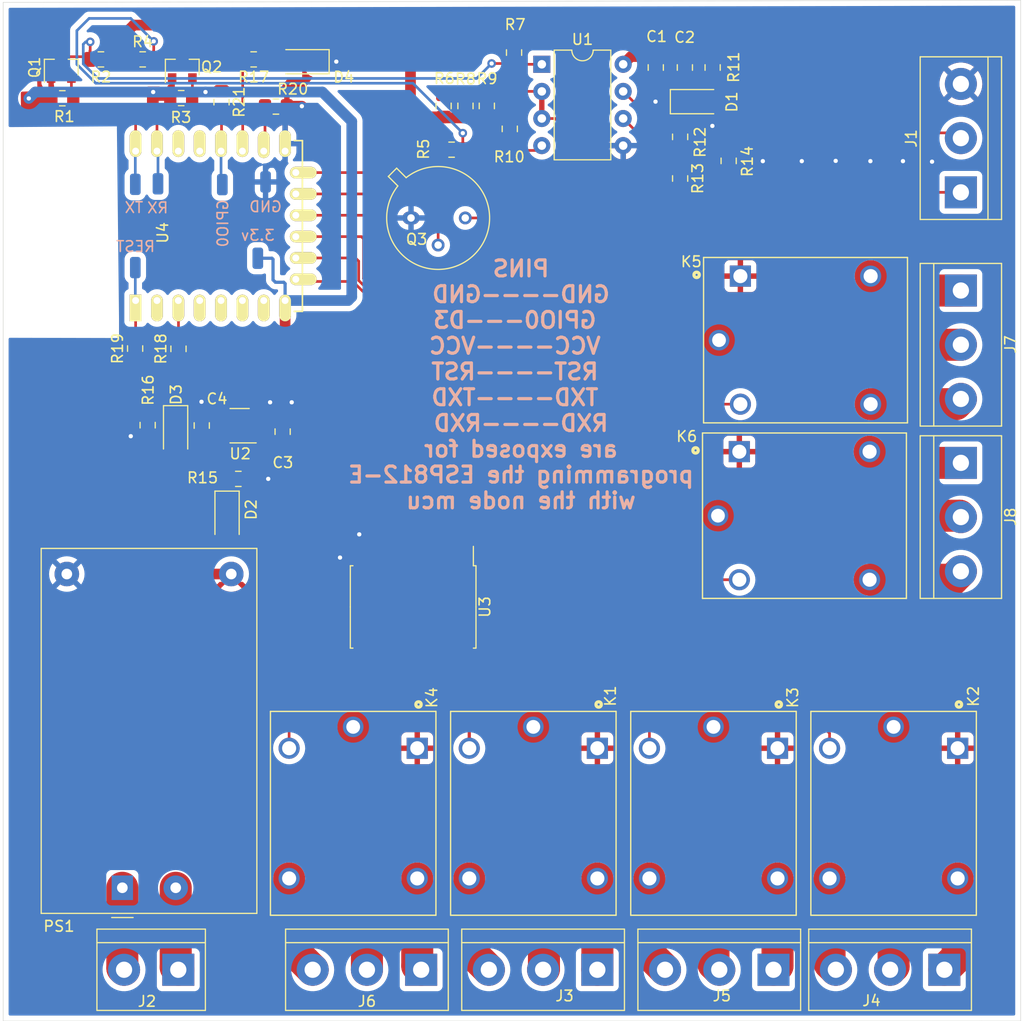
<source format=kicad_pcb>
(kicad_pcb (version 20211014) (generator pcbnew)
  (layers (0 "F.Cu" signal) (31 "B.Cu" signal) (34 "B.Paste" user) (35 "F.Paste" user) (36 "B.SilkS" user "B.Silkscreen") (37 "F.SilkS" user "F.Silkscreen") (38 "B.Mask" user) (39 "F.Mask" user) (44 "Edge.Cuts" user))
  (net 0 "")
  (net 1 "GND")
  (net 2 "+5V")
  (net 3 "+3V3")
  (net 4 "Net-(D1-Pad2)")
  (net 5 "Net-(D2-Pad1)")
  (net 6 "Net-(D3-Pad1)")
  (net 7 "Net-(D4-Pad2)")
  (net 8 "/MAX485CIRCUIT/B")
  (net 9 "/MAX485CIRCUIT/A")
  (net 10 "Net-(J2-Pad2)")
  (net 11 "Net-(J2-Pad1)")
  (net 12 "Net-(J3-Pad3)")
  (net 13 "Net-(J3-Pad2)")
  (net 14 "Net-(J3-Pad1)")
  (net 15 "Net-(J4-Pad3)")
  (net 16 "Net-(J4-Pad2)")
  (net 17 "Net-(J4-Pad1)")
  (net 18 "Net-(J5-Pad3)")
  (net 19 "Net-(J5-Pad2)")
  (net 20 "Net-(J5-Pad1)")
  (net 21 "Net-(J6-Pad3)")
  (net 22 "Net-(J6-Pad2)")
  (net 23 "Net-(J6-Pad1)")
  (net 24 "/relays/RELAY1")
  (net 25 "/relays/RELAY2")
  (net 26 "/relays/RELAY3")
  (net 27 "/relays/RELAY4")
  (net 28 "RX")
  (net 29 "TXD")
  (net 30 "TX")
  (net 31 "RXD")
  (net 32 "Net-(Q3-Pad3)")
  (net 33 "Net-(Q3-Pad2)")
  (net 34 "/maincontroller/GPIO2")
  (net 35 "/maincontroller/EN")
  (net 36 "/maincontroller/REST")
  (net 37 "/maincontroller/GPIO15")
  (net 38 "/maincontroller/GPIO0")
  (net 45 "GPIO16")
  (net 46 "GPIO12")
  (net 47 "GPIO14")
  (net 48 "GPIO13")
  (net 55 "Net-(J7-Pad3)")
  (net 56 "Net-(J7-Pad2)")
  (net 57 "Net-(J7-Pad1)")
  (net 58 "Net-(J8-Pad3)")
  (net 59 "Net-(J8-Pad2)")
  (net 60 "Net-(J8-Pad1)")
  (net 61 "GPIO10")
  (net 62 "GPIO11")
  (net 63 "/relays/RELAY6")
  (net 64 "/relays/RELAY5")
  (footprint "Capacitor_SMD:C_0805_2012Metric_Pad1.15x1.40mm_HandSolder" (layer "F.Cu") (at 162.975 49.65 -90)
    (fp_text reference "C1")
    (fp_text value "10uf")
  )
  (footprint "Capacitor_SMD:C_0805_2012Metric_Pad1.15x1.40mm_HandSolder" (layer "F.Cu") (at 165.7 49.65 -90)
    (fp_text reference "C2")
    (fp_text value "0.1uf")
  )
  (footprint "Resistor_SMD:R_0805_2012Metric_Pad1.15x1.40mm_HandSolder" (layer "F.Cu") (at 128.025 83.775 90)
    (fp_text reference "C3")
    (fp_text value "1uf" hide)
  )
  (footprint "Resistor_SMD:R_0805_2012Metric_Pad1.15x1.40mm_HandSolder" (layer "F.Cu") (at 120.45 83.2 90)
    (fp_text reference "C4")
    (fp_text value "1uf" hide)
  )
  (footprint "LED_SMD:LED_1206_3216Metric_Pad1.42x1.75mm_HandSolder" (layer "F.Cu") (at 166.8 52.85)
    (fp_text reference "D1")
    (fp_text value "LED_Small")
  )
  (footprint "LED_SMD:LED_1206_3216Metric_Pad1.42x1.75mm_HandSolder" (layer "F.Cu") (at 122.82 91.80694 -90)
    (fp_text reference "D2")
    (fp_text value "POWER_5LED" hide)
  )
  (footprint "LED_SMD:LED_1206_3216Metric_Pad1.42x1.75mm_HandSolder" (layer "F.Cu") (at 118 83.8 -90)
    (fp_text reference "D3")
    (fp_text value "POWER_3.3LED")
  )
  (footprint "LED_SMD:LED_1206_3216Metric_Pad1.42x1.75mm_HandSolder" (layer "F.Cu") (at 129.92004 49.11008 180)
    (fp_text reference "D4")
    (fp_text value "LED")
  )
  (footprint "TerminalBlock:TerminalBlock_bornier-3_P5.08mm" (layer "F.Cu") (at 191.55 61.35 90)
    (fp_text reference "J1")
    (fp_text value "Screw_Terminal_01x03")
  )
  (footprint "TerminalBlock:TerminalBlock_bornier-2_P5.08mm" (layer "F.Cu") (at 118.251 134.2 180)
    (fp_text reference "J2")
    (fp_text value "Screw_Terminal_01x02")
  )
  (footprint "TerminalBlock:TerminalBlock_bornier-3_P5.08mm" (layer "F.Cu") (at 157.5 134.2 180)
    (fp_text reference "J3")
    (fp_text value "Screw_Terminal_01x03")
  )
  (footprint "TerminalBlock:TerminalBlock_bornier-3_P5.08mm" (layer "F.Cu") (at 190 134.2 180)
    (fp_text reference "J4")
    (fp_text value "Screw_Terminal_01x03")
  )
  (footprint "TerminalBlock:TerminalBlock_bornier-3_P5.08mm" (layer "F.Cu") (at 174 134.2 180)
    (fp_text reference "J5")
    (fp_text value "Screw_Terminal_01x03")
  )
  (footprint "TerminalBlock:TerminalBlock_bornier-3_P5.08mm" (layer "F.Cu") (at 141 134.2 180)
    (fp_text reference "J6")
    (fp_text value "Screw_Terminal_01x03")
  )
  (footprint "SRD-05VDC-SL-C:RELAY_SRD-05VDC-SL-C" (layer "F.Cu") (at 151.50549 119.54104 -90)
    (fp_text reference "K1")
    (fp_text value "SRD-05VDC-SL-C")
  )
  (footprint "SRD-05VDC-SL-C:RELAY_SRD-05VDC-SL-C" (layer "F.Cu") (at 185.25 119.54104 -90)
    (fp_text reference "K2")
    (fp_text value "SRD-05VDC-SL-C")
  )
  (footprint "SRD-05VDC-SL-C:RELAY_SRD-05VDC-SL-C" (layer "F.Cu") (at 168.377745 119.54104 -90)
    (fp_text reference "K3")
    (fp_text value "SRD-05VDC-SL-C")
  )
  (footprint "SRD-05VDC-SL-C:RELAY_SRD-05VDC-SL-C" (layer "F.Cu") (at 134.633235 119.54104 -90)
    (fp_text reference "K4")
    (fp_text value "SRD-05VDC-SL-C")
  )
  (footprint "Converter_ACDC:Converter_ACDC_HiLink_HLK-PMxx" (layer "F.Cu") (at 113.01098 126.51604 90)
    (fp_text reference "PS1")
    (fp_text value "HLK-PM01")
  )
  (footprint "Package_TO_SOT_SMD:SOT-23" (layer "F.Cu") (at 107.29024 49.64008 90)
    (fp_text reference "Q1")
    (fp_text value "BSS138")
  )
  (footprint "Package_TO_SOT_SMD:SOT-23" (layer "F.Cu") (at 118.62372 49.64008 90)
    (fp_text reference "Q2")
    (fp_text value "BSS138")
  )
  (footprint "Package_TO_SOT_THT:TO-39-3" (layer "F.Cu") (at 140.05 63.75)
    (fp_text reference "Q3")
    (fp_text value "2N2219")
  )
  (footprint "Resistor_SMD:R_0805_2012Metric_Pad1.15x1.40mm_HandSolder" (layer "F.Cu") (at 107.39024 52.53314)
    (fp_text reference "R1")
    (fp_text value "10k" hide)
  )
  (footprint "Resistor_SMD:R_0805_2012Metric_Pad1.15x1.40mm_HandSolder" (layer "F.Cu") (at 111.00466 48.89008 180)
    (fp_text reference "R2")
    (fp_text value "10k")
  )
  (footprint "Resistor_SMD:R_0805_2012Metric_Pad1.15x1.40mm_HandSolder" (layer "F.Cu") (at 118.52372 52.5179)
    (fp_text reference "R3")
    (fp_text value "10k")
  )
  (footprint "Resistor_SMD:R_0805_2012Metric_Pad1.15x1.40mm_HandSolder" (layer "F.Cu") (at 114.91626 48.89008)
    (fp_text reference "R4")
    (fp_text value "10k")
  )
  (footprint "Resistor_SMD:R_0805_2012Metric_Pad1.15x1.40mm_HandSolder" (layer "F.Cu") (at 143.85 57.35 180)
    (fp_text reference "R5")
    (fp_text value "1K")
  )
  (footprint "Resistor_SMD:R_0805_2012Metric_Pad1.15x1.40mm_HandSolder" (layer "F.Cu") (at 143.1 53.25 90)
    (fp_text reference "R6")
    (fp_text value "10K")
  )
  (footprint "Resistor_SMD:R_0805_2012Metric_Pad1.15x1.40mm_HandSolder" (layer "F.Cu") (at 149.7 48.25 -90)
    (fp_text reference "R7")
    (fp_text value "10K" hide)
  )
  (footprint "Resistor_SMD:R_0805_2012Metric_Pad1.15x1.40mm_HandSolder" (layer "F.Cu") (at 145.15 53.25 90)
    (fp_text reference "R8")
    (fp_text value "10K")
  )
  (footprint "Resistor_SMD:R_0805_2012Metric_Pad1.15x1.40mm_HandSolder" (layer "F.Cu") (at 147.15 53.25 90)
    (fp_text reference "R9")
    (fp_text value "10K")
  )
  (footprint "Resistor_SMD:R_0805_2012Metric_Pad1.15x1.40mm_HandSolder" (layer "F.Cu") (at 149.3 55.4 -90)
    (fp_text reference "R10")
    (fp_text value "10K")
  )
  (footprint "Resistor_SMD:R_0805_2012Metric_Pad1.15x1.40mm_HandSolder" (layer "F.Cu") (at 168.3 49.65 -90)
    (fp_text reference "R11")
    (fp_text value "1K")
  )
  (footprint "Resistor_SMD:R_0805_2012Metric_Pad1.15x1.40mm_HandSolder" (layer "F.Cu") (at 165.255 56.15 -90)
    (fp_text reference "R12")
    (fp_text value "20K")
  )
  (footprint "Resistor_SMD:R_0805_2012Metric_Pad1.15x1.40mm_HandSolder" (layer "F.Cu") (at 165.255 60.05 -90)
    (fp_text reference "R13")
    (fp_text value "20K")
  )
  (footprint "Resistor_SMD:R_0805_2012Metric_Pad1.15x1.40mm_HandSolder" (layer "F.Cu") (at 169.8 58.4 90)
    (fp_text reference "R14")
    (fp_text value "120")
  )
  (footprint "Resistor_SMD:R_0805_2012Metric_Pad1.15x1.40mm_HandSolder" (layer "F.Cu") (at 123.875 88.2 180)
    (fp_text reference "R15")
    (fp_text value "1k" hide)
  )
  (footprint "Resistor_SMD:R_0805_2012Metric_Pad1.15x1.40mm_HandSolder" (layer "F.Cu") (at 115.38236 83.16602 90)
    (fp_text reference "R16")
    (fp_text value "1k" hide)
  )
  (footprint "Resistor_SMD:R_0805_2012Metric_Pad1.15x1.40mm_HandSolder" (layer "F.Cu") (at 125.3104 48.89008 180)
    (fp_text reference "R17")
    (fp_text value "1k")
  )
  (footprint "Resistor_SMD:R_0805_2012Metric_Pad1.15x1.40mm_HandSolder" (layer "F.Cu") (at 118.26906 76.0129 90)
    (fp_text reference "R18")
    (fp_text value "10K" hide)
  )
  (footprint "Resistor_SMD:R_0805_2012Metric_Pad1.15x1.40mm_HandSolder" (layer "F.Cu") (at 114.2076 75.9875 90)
    (fp_text reference "R19")
    (fp_text value "10K" hide)
  )
  (footprint "Resistor_SMD:R_0805_2012Metric_Pad1.15x1.40mm_HandSolder" (layer "F.Cu") (at 127.39782 53.31292)
    (fp_text reference "R20")
    (fp_text value "10K")
  )
  (footprint "Resistor_SMD:R_0805_2012Metric_Pad1.15x1.40mm_HandSolder" (layer "F.Cu") (at 122.30004 52.89636 -90)
    (fp_text reference "R21")
    (fp_text value "10K")
  )
  (footprint "Package_DIP:DIP-8_W7.62mm" (layer "F.Cu") (at 152.3 49.35)
    (fp_text reference "U1")
    (fp_text value "MAX485E")
  )
  (footprint "Package_TO_SOT_SMD:SOT-23-5" (layer "F.Cu") (at 123.99648 83.21602 180)
    (fp_text reference "U2")
    (fp_text value "AP2112K-3.3" hide)
  )
  (footprint "ESP8266:ESP-12E" (layer "F.Cu") (at 114.25586 71.48662 90)
    (fp_text reference "U4")
    (fp_text value "ESP-12E" hide)
  )
  (footprint "TerminalBlock:TerminalBlock_bornier-3_P5.08mm" (layer "F.Cu") (at 191.55 70.55 -90)
    (fp_text reference "J7")
    (fp_text value "Screw_Terminal_01x03")
  )
  (footprint "TerminalBlock:TerminalBlock_bornier-3_P5.08mm" (layer "F.Cu") (at 191.55 86.7 -90)
    (fp_text reference "J8")
    (fp_text value "Screw_Terminal_01x03")
  )
  (footprint "SRD-05VDC-SL-C:RELAY_SRD-05VDC-SL-C" (layer "F.Cu") (at 177 75.2)
    (fp_text reference "K5")
    (fp_text value "SRD-05VDC-SL-C")
  )
  (footprint "SRD-05VDC-SL-C:RELAY_SRD-05VDC-SL-C" (layer "F.Cu") (at 176.9 91.65)
    (fp_text reference "K6")
    (fp_text value "SRD-05VDC-SL-C")
  )
  (footprint "Package_SO:SOIC-18W_7.5x11.6mm_P1.27mm" (layer "F.Cu") (at 140.25 100.2 -90)
    (fp_text reference "U3")
    (fp_text value "ULN2803A")
  )
  (footprint "Connector_Wire:SolderWirePad_1x01_SMD_1x2mm" (layer "B.Cu") (at 114.225 68.4 180)
    (fp_text reference "REST")
    (fp_text value "SolderWirePad_1x01_SMD_1x2mm")
  )
  (footprint "Connector_Wire:SolderWirePad_1x01_SMD_1x2mm" (layer "B.Cu") (at 114.225 60.6 180)
    (fp_text reference "TX")
    (fp_text value "SolderWirePad_1x01_SMD_1x2mm")
  )
  (footprint "Connector_Wire:SolderWirePad_1x01_SMD_1x2mm" (layer "B.Cu") (at 122.375 60.625 180)
    (fp_text reference "GPIO0")
    (fp_text value "SolderWirePad_1x01_SMD_1x2mm")
  )
  (footprint "Connector_Wire:SolderWirePad_1x01_SMD_1x2mm" (layer "B.Cu") (at 125.7 67.525 180)
    (fp_text reference "3.3v")
    (fp_text value "SolderWirePad_1x01_SMD_1x2mm")
  )
  (footprint "Connector_Wire:SolderWirePad_1x01_SMD_1x2mm" (layer "B.Cu") (at 116.35 60.55 180)
    (fp_text reference "RX")
    (fp_text value "SolderWirePad_1x01_SMD_1x2mm")
  )
  (footprint "Connector_Wire:SolderWirePad_1x01_SMD_1x2mm" (layer "B.Cu") (at 126.425 60.375 180)
    (fp_text reference "GND")
    (fp_text value "SolderWirePad_1x01_SMD_1x2mm")
  )
  (gr_line (start 197.15 139) (end 193.5 139) (layer "Edge.Cuts") (width 0.05))
  (gr_line (start 101.85 139) (end 101.85 43.55) (layer "Edge.Cuts") (width 0.05))
  (gr_line (start 197.15 43.35) (end 197.15 139) (layer "Edge.Cuts") (width 0.05))
  (gr_line (start 196.6 43.35) (end 197.15 43.35) (layer "Edge.Cuts") (width 0.05))
  (gr_line (start 101.85 43.55) (end 196.6 43.35) (layer "Edge.Cuts") (width 0.05))
  (gr_line (start 193.5 139) (end 101.85 139) (layer "Edge.Cuts") (width 0.05))
  (gr_text "PINS \nGND----GND \nGPIO0---D3\nVCC----VCC\nRST----RST\nTXD----TXD\nRXD----RXD \nare exposed for \nprogramming the ESP812-E \nwith the node mcu \n\n" (at 149.775 80.575) (layer "B.SilkS") (effects (font (size 1.5 1.5) (thickness 0.3)) (justify mirror)))
  (segment (start 125.09648 83.21602) (end 126.63878 83.21602) (width 0.25) (layer "F.Cu") (net 1))
  (segment (start 124.9 88.2) (end 126.675 88.2) (width 1) (layer "F.Cu") (net 1))
  (segment (start 131.40754 49.11008) (end 133.03992 49.11008) (width 1) (layer "F.Cu") (net 1))
  (segment (start 126.63878 83.21602) (end 126.746 83.1088) (width 0.25) (layer "F.Cu") (net 1))
  (segment (start 162.975 51.35) (end 162.95 51.375) (width 1) (layer "F.Cu") (net 1))
  (segment (start 120.425 82.25) (end 120.425 80.975) (width 1) (layer "F.Cu") (net 1))
  (segment (start 162.95 51.375) (end 162.95 52.85) (width 1) (layer "F.Cu") (net 1))
  (segment (start 128.42282 53.31292) (end 128.46074 53.275) (width 1) (layer "F.Cu") (net 1))
  (segment (start 115.38236 84.19102) (end 113.80898 84.19102) (width 1) (layer "F.Cu") (net 1))
  (segment (start 113.80898 84.19102) (end 113.8 84.2) (width 1) (layer "F.Cu") (net 1))
  (segment (start 135.17 95.55) (end 133.45 95.55) (width 0.5) (layer "F.Cu") (net 1))
  (segment (start 128.46074 53.275) (end 129.825 53.275) (width 1) (layer "F.Cu") (net 1))
  (segment (start 162.975 50.675) (end 162.975 51.35) (width 1) (layer "F.Cu") (net 1))
  (segment (start 135.2 93.4) (end 135.2 95.52) (width 0.5) (layer "F.Cu") (net 1))
  (segment (start 133.03992 49.11008) (end 133.05 49.1) (width 1) (layer "F.Cu") (net 1))
  (segment (start 165.255 55.125) (end 168.275 55.125) (width 1) (layer "F.Cu") (net 1))
  (via (at 186.125 58.425) (size 0.8) (drill 0.4) (layers "F.Cu" "B.Cu") (net 1))
  (via (at 128.875 81.025) (size 0.8) (drill 0.4) (layers "F.Cu" "B.Cu") (net 1))
  (via (at 162.95 52.85) (size 0.8) (drill 0.4) (layers "F.Cu" "B.Cu") (net 1))
  (via (at 133.05 49.1) (size 0.8) (drill 0.4) (layers "F.Cu" "B.Cu") (net 1))
  (via (at 176.65 58.425) (size 0.8) (drill 0.4) (layers "F.Cu" "B.Cu") (net 1))
  (via (at 126.675 88.2) (size 0.8) (drill 0.4) (layers "F.Cu" "B.Cu") (net 1))
  (via (at 126.85 81.025) (size 0.8) (drill 0.4) (layers "F.Cu" "B.Cu") (net 1))
  (via (at 135.2 93.4) (size 0.8) (drill 0.4) (layers "F.Cu" "B.Cu") (net 1))
  (via (at 179.825 58.4) (size 0.8) (drill 0.4) (layers "F.Cu" "B.Cu") (net 1))
  (via (at 173 58.425) (size 0.8) (drill 0.4) (layers "F.Cu" "B.Cu") (net 1))
  (via (at 183.075 58.425) (size 0.8) (drill 0.4) (layers "F.Cu" "B.Cu") (net 1))
  (via (at 120.425 80.975) (size 0.8) (drill 0.4) (layers "F.Cu" "B.Cu") (net 1))
  (via (at 188.85 58.475) (size 0.8) (drill 0.4) (layers "F.Cu" "B.Cu") (net 1))
  (via (at 133.4 95.575) (size 0.8) (drill 0.4) (layers "F.Cu" "B.Cu") (net 1))
  (via (at 113.8 84.2) (size 0.8) (drill 0.4) (layers "F.Cu" "B.Cu") (net 1))
  (via (at 168.275 55.125) (size 0.8) (drill 0.4) (layers "F.Cu" "B.Cu") (net 1))
  (via (at 129.825 53.275) (size 0.8) (drill 0.4) (layers "F.Cu" "B.Cu") (net 1))
  (segment (start 128.25586 58.19414) (end 127.625 58.825) (width 0.3) (layer "B.Cu") (net 1))
  (segment (start 127.625 58.825) (end 127.55 58.9) (width 0.3) (layer "B.Cu") (net 1))
  (segment (start 126.775 58.9) (end 126.425 59.25) (width 0.3) (layer "B.Cu") (net 1))
  (segment (start 126.825 58.9) (end 126.775 58.9) (width 0.3) (layer "B.Cu") (net 1))
  (segment (start 128.25586 57.48662) (end 128.25586 58.19414) (width 0.3) (layer "B.Cu") (net 1))
  (segment (start 126.425 59.25) (end 126.425 61) (width 0.3) (layer "B.Cu") (net 1))
  (segment (start 127.55 58.9) (end 126.825 58.9) (width 0.3) (layer "B.Cu") (net 1))
  (segment (start 165.7 46.05) (end 165.7 48.625) (width 0.5) (layer "F.Cu") (net 2))
  (segment (start 162.25 45.15) (end 164.8 45.15) (width 0.5) (layer "F.Cu") (net 2))
  (segment (start 125.09648 84.74648) (end 125.25 84.9) (width 0.5) (layer "F.Cu") (net 2))
  (segment (start 155.8 47.15) (end 155.8 45.775) (width 0.5) (layer "F.Cu") (net 2))
  (segment (start 143.2 54.375) (end 143.1 54.275) (width 1) (layer "F.Cu") (net 2))
  (segment (start 164.8 45.15) (end 165.7 46.05) (width 0.5) (layer "F.Cu") (net 2))
  (segment (start 165.675 70.975) (end 162.225 70.975) (width 1) (layer "F.Cu") (net 2))
  (segment (start 155.875 47.225) (end 155.8 47.15) (width 0.5) (layer "F.Cu") (net 2))
  (segment (start 124.25898 82.26602) (end 124.05 82.475) (width 0.25) (layer "F.Cu") (net 2))
  (segment (start 112.90992 48.89008) (end 112.90992 46.84008) (width 1) (layer "F.Cu") (net 2))
  (segment (start 156.425 45.15) (end 162.25 45.15) (width 0.5) (layer "F.Cu") (net 2))
  (segment (start 149.125 45.675) (end 149.7 46.25) (width 1) (layer "F.Cu") (net 2))
  (segment (start 140.6 54.275) (end 143.1 54.275) (width 1) (layer "F.Cu") (net 2))
  (segment (start 140.85 47.225) (end 139.975 48.1) (width 1) (layer "F.Cu") (net 2))
  (segment (start 162.225 62.725) (end 162.225 70.975) (width 0.3) (layer "F.Cu") (net 2))
  (segment (start 129.2 84.875) (end 128.1 84.875) (width 1) (layer "F.Cu") (net 2))
  (segment (start 162.975 45.875) (end 162.975 48.625) (width 0.5) (layer "F.Cu") (net 2))
  (segment (start 168.3 48.625) (end 168.3 46.075) (width 0.5) (layer "F.Cu") (net 2))
  (segment (start 124.05 84.025) (end 124.19102 84.16602) (width 0.25) (layer "F.Cu") (net 2))
  (segment (start 130.15 92.8) (end 130.15 85.825) (width 1) (layer "F.Cu") (net 2))
  (segment (start 160.645 48.625) (end 159.92 49.35) (width 1) (layer "F.Cu") (net 2))
  (segment (start 167.375 45.15) (end 164.8 45.15) (width 0.5) (layer "F.Cu") (net 2))
  (segment (start 162.225 70.975) (end 159.925 70.975) (width 1) (layer "F.Cu") (net 2))
  (segment (start 124.05 82.475) (end 124.05 84.025) (width 0.25) (layer "F.Cu") (net 2))
  (segment (start 155.8 45.775) (end 156.425 45.15) (width 0.5) (layer "F.Cu") (net 2))
  (segment (start 112.02966 48.89008) (end 112.90992 48.89008) (width 1) (layer "F.Cu") (net 2))
  (segment (start 114.075 45.675) (end 149.125 45.675) (width 1) (layer "F.Cu") (net 2))
  (segment (start 122.82 93.29444) (end 121.30556 93.29444) (width 1) (layer "F.Cu") (net 2))
  (segment (start 125.09648 84.16602) (end 125.09648 84.74648) (width 0.5) (layer "F.Cu") (net 2))
  (segment (start 139.975 48.1) (end 140 48.125) (width 1) (layer "F.Cu") (net 2))
  (segment (start 163.875 61.075) (end 162.225 62.725) (width 0.3) (layer "F.Cu") (net 2))
  (segment (start 149.3 54.375) (end 143.2 54.375) (width 1) (layer "F.Cu") (net 2))
  (segment (start 120.825 93.775) (end 120.825 96.6) (width 1) (layer "F.Cu") (net 2))
  (segment (start 149.7 47.225) (end 140.85 47.225) (width 1) (layer "F.Cu") (net 2))
  (segment (start 140 48.125) (end 140 53.675) (width 1) (layer "F.Cu") (net 2))
  (segment (start 168.3 48.625) (end 162.975 48.625) (width 1) (layer "F.Cu") (net 2))
  (segment (start 124.19102 84.16602) (end 125.09648 84.16602) (width 0.25) (layer "F.Cu") (net 2))
  (segment (start 162.25 45.15) (end 162.975 45.875) (width 0.5) (layer "F.Cu") (net 2))
  (segment (start 112.90992 48.89008) (end 113.89126 48.89008) (width 1) (layer "F.Cu") (net 2))
  (segment (start 121.34104 97.11604) (end 123.21098 97.11604) (width 1) (layer "F.Cu") (net 2))
  (segment (start 162.975 48.625) (end 160.645 48.625) (width 1) (layer "F.Cu") (net 2))
  (segment (start 165.255 61.075) (end 163.875 61.075) (width 0.3) (layer "F.Cu") (net 2))
  (segment (start 149.7 47.225) (end 155.875 47.225) (width 0.5) (layer "F.Cu") (net 2))
  (segment (start 120.825 96.6) (end 121.34104 97.11604) (width 1) (layer "F.Cu") (net 2))
  (segment (start 125.09648 82.26602) (end 124.25898 82.26602) (width 0.25) (layer "F.Cu") (net 2))
  (segment (start 168.3 46.075) (end 167.375 45.15) (width 0.5) (layer "F.Cu") (net 2))
  (segment (start 159.925 70.975) (end 155.875 66.925) (width 1) (layer "F.Cu") (net 2))
  (segment (start 155.875 66.925) (end 155.875 47.225) (width 1) (layer "F.Cu") (net 2))
  (segment (start 125.25 84.9) (end 127.925 84.9) (width 0.5) (layer "F.Cu") (net 2))
  (segment (start 121.30556 93.29444) (end 120.825 93.775) (width 1) (layer "F.Cu") (net 2))
  (segment (start 122.82 93.29444) (end 129.65556 93.29444) (width 1) (layer "F.Cu") (net 2))
  (segment (start 130.15 85.825) (end 129.2 84.875) (width 1) (layer "F.Cu") (net 2))
  (segment (start 140 53.675) (end 140.6 54.275) (width 1) (layer "F.Cu") (net 2))
  (segment (start 112.90992 46.84008) (end 114.075 45.675) (width 1) (layer "F.Cu") (net 2))
  (segment (start 149.7 46.25) (end 149.7 47.225) (width 1) (layer "F.Cu") (net 2))
  (segment (start 129.65556 93.29444) (end 130.15 92.8) (width 1) (layer "F.Cu") (net 2))
  (segment (start 111.95 80) (end 112.7 79.25) (width 1) (layer "F.Cu") (net 3))
  (segment (start 127.175 79.25) (end 128.25586 78.16914) (width 1) (layer "F.Cu") (net 3))
  (segment (start 120.45 87.1) (end 119.55 88) (width 1) (layer "F.Cu") (net 3))
  (segment (start 114.2076 77.0125) (end 112.8125 77.0125) (width 0.3) (layer "F.Cu") (net 3))
  (segment (start 111.95 85.95) (end 111.95 80) (width 1) (layer "F.Cu") (net 3))
  (segment (start 106.36524 52.53314) (end 104.26686 52.53314) (width 1) (layer "F.Cu") (net 3))
  (segment (start 112.8125 77.0125) (end 112.7 77.125) (width 0.3) (layer "F.Cu") (net 3))
  (segment (start 114 88) (end 111.95 85.95) (width 1) (layer "F.Cu") (net 3))
  (segment (start 112.7 79.25) (end 127.175 79.25) (width 1) (layer "F.Cu") (net 3))
  (segment (start 120.475 84.2) (end 120.45 84.225) (width 1) (layer "F.Cu") (net 3))
  (segment (start 119.55 88) (end 114 88) (width 1) (layer "F.Cu") (net 3))
  (segment (start 112.7 77.125) (end 112.7 79.25) (width 0.3) (layer "F.Cu") (net 3))
  (segment (start 104.26686 52.53314) (end 104.25 52.55) (width 1) (layer "F.Cu") (net 3))
  (segment (start 120.45 84.225) (end 120.45 87.1) (width 1) (layer "F.Cu") (net 3))
  (segment (start 128.25586 78.16914) (end 128.25586 71.48662) (width 1) (layer "F.Cu") (net 3))
  (segment (start 114.233 77.0379) (end 118.26906 77.0379) (width 0.3) (layer "F.Cu") (net 3))
  (segment (start 122.8625 84.2) (end 120.475 84.2) (width 1) (layer "F.Cu") (net 3))
  (segment (start 114.2076 77.0125) (end 114.233 77.0379) (width 0.3) (layer "F.Cu") (net 3))
  (segment (start 122.30004 51.87136) (end 120.87864 51.87136) (width 0.5) (layer "F.Cu") (net 3))
  (segment (start 120.87864 51.87136) (end 120.8 51.95) (width 0.5) (layer "F.Cu") (net 3))
  (segment (start 122.89648 84.16602) (end 122.8625 84.2) (width 1) (layer "F.Cu") (net 3))
  (via (at 115.9 51.95) (size 0.8) (drill 0.4) (layers "F.Cu" "B.Cu") (net 3))
  (via (at 104.25 52.55) (size 0.8) (drill 0.4) (layers "F.Cu" "B.Cu") (net 3))
  (via (at 120.8 51.95) (size 0.8) (drill 0.4) (layers "F.Cu" "B.Cu") (net 3))
  (segment (start 120.8 51.95) (end 115.9 51.95) (width 1) (layer "B.Cu") (net 3))
  (segment (start 131.75 51.95) (end 120.8 51.95) (width 1) (layer "B.Cu") (net 3))
  (segment (start 104.85 51.95) (end 104.25 52.55) (width 1) (layer "B.Cu") (net 3))
  (segment (start 127.025 67.525) (end 127.125 67.625) (width 0.3) (layer "B.Cu") (net 3))
  (segment (start 127.125 67.625) (end 127.125 69.55) (width 0.3) (layer "B.Cu") (net 3))
  (segment (start 125.7 67.525) (end 127.025 67.525) (width 0.3) (layer "B.Cu") (net 3))
  (segment (start 134.5 54.7) (end 131.75 51.95) (width 1) (layer "B.Cu") (net 3))
  (segment (start 134.16338 71.48662) (end 134.5 71.15) (width 1) (layer "B.Cu") (net 3))
  (segment (start 128.25586 69.90586) (end 128.25586 71.48662) (width 0.3) (layer "B.Cu") (net 3))
  (segment (start 127.125 69.55) (end 127.35 69.775) (width 0.3) (layer "B.Cu") (net 3))
  (segment (start 115.9 51.95) (end 104.85 51.95) (width 1) (layer "B.Cu") (net 3))
  (segment (start 134.5 71.15) (end 134.5 54.7) (width 1) (layer "B.Cu") (net 3))
  (segment (start 127.35 69.775) (end 128.125 69.775) (width 0.3) (layer "B.Cu") (net 3))
  (segment (start 128.25586 71.48662) (end 134.16338 71.48662) (width 1) (layer "B.Cu") (net 3))
  (segment (start 128.125 69.775) (end 128.25586 69.90586) (width 0.3) (layer "B.Cu") (net 3))
  (segment (start 168.3 50.675) (end 168.3 52.8375) (width 0.25) (layer "F.Cu") (net 4))
  (segment (start 122.85 88.2) (end 122.85 90.28944) (width 1) (layer "F.Cu") (net 5))
  (segment (start 115.38236 82.14102) (end 117.82852 82.14102) (width 1) (layer "F.Cu") (net 6))
  (segment (start 126.3354 48.89008) (end 128.21254 48.89008) (width 0.25) (layer "F.Cu") (net 7))
  (segment (start 159.92 54.43) (end 164.515 59.025) (width 0.25) (layer "F.Cu") (net 8))
  (segment (start 169.8 60.65) (end 170.5 61.35) (width 0.25) (layer "F.Cu") (net 8))
  (segment (start 170.5 61.35) (end 191.55 61.35) (width 0.25) (layer "F.Cu") (net 8))
  (segment (start 169.8 59.425) (end 169.8 60.65) (width 0.25) (layer "F.Cu") (net 8))
  (segment (start 169.8 59.425) (end 165.655 59.425) (width 0.25) (layer "F.Cu") (net 8))
  (segment (start 164.515 59.025) (end 165.255 59.025) (width 0.25) (layer "F.Cu") (net 8))
  (segment (start 163.15 56.7) (end 163.625 57.175) (width 0.25) (layer "F.Cu") (net 9))
  (segment (start 159.92 51.89) (end 163.15 55.12) (width 0.25) (layer "F.Cu") (net 9))
  (segment (start 191.055 55.775) (end 170.325 55.775) (width 0.25) (layer "F.Cu") (net 9))
  (segment (start 169.8 57.375) (end 165.455 57.375) (width 0.25) (layer "F.Cu") (net 9))
  (segment (start 169.8 56.3) (end 169.8 57.375) (width 0.25) (layer "F.Cu") (net 9))
  (segment (start 163.625 57.175) (end 165.255 57.175) (width 0.25) (layer "F.Cu") (net 9))
  (segment (start 163.15 55.12) (end 163.15 56.7) (width 0.25) (layer "F.Cu") (net 9))
  (segment (start 170.325 55.775) (end 169.8 56.3) (width 0.25) (layer "F.Cu") (net 9))
  (segment (start 113.01098 134.03998) (end 113.171 134.2) (width 3) (layer "F.Cu") (net 10))
  (segment (start 113.01098 126.51604) (end 113.01098 134.03998) (width 3) (layer "F.Cu") (net 10))
  (segment (start 118.01098 133.95998) (end 118.251 134.2) (width 3) (layer "F.Cu") (net 11))
  (segment (start 118.01098 126.51604) (end 118.01098 133.95998) (width 3) (layer "F.Cu") (net 11))
  (segment (start 145.50549 125.64104) (end 145.50549 132.36549) (width 3) (layer "F.Cu") (net 12))
  (segment (start 145.50549 132.36549) (end 147.34 134.2) (width 3) (layer "F.Cu") (net 12))
  (segment (start 151.50549 111.44104) (end 152.5 112.43555) (width 3) (layer "F.Cu") (net 13))
  (segment (start 152.5 134.12) (end 152.42 134.2) (width 3) (layer "F.Cu") (net 13))
  (segment (start 152.5 112.43555) (end 152.5 134.12) (width 3) (layer "F.Cu") (net 13))
  (segment (start 157.50549 125.64104) (end 157.50549 134.19451) (width 3) (layer "F.Cu") (net 14))
  (segment (start 157.50549 134.19451) (end 157.5 134.2) (width 3) (layer "F.Cu") (net 14))
  (segment (start 179.25 125.64104) (end 179.25 133.61) (width 3) (layer "F.Cu") (net 15))
  (segment (start 179.25 133.61) (end 179.84 134.2) (width 3) (layer "F.Cu") (net 15))
  (segment (start 185.25 111.44104) (end 185.25 133.87) (width 3) (layer "F.Cu") (net 16))
  (segment (start 185.25 133.87) (end 184.92 134.2) (width 3) (layer "F.Cu") (net 16))
  (segment (start 191.25 125.64104) (end 191.25 132.95) (width 3) (layer "F.Cu") (net 17))
  (segment (start 191.25 132.95) (end 190 134.2) (width 3) (layer "F.Cu") (net 17))
  (segment (start 162.377745 125.64104) (end 162.377745 132.737745) (width 3) (layer "F.Cu") (net 18))
  (segment (start 162.377745 132.737745) (end 163.84 134.2) (width 3) (layer "F.Cu") (net 18))
  (segment (start 168.377745 111.44104) (end 168.377745 133.657745) (width 3) (layer "F.Cu") (net 19))
  (segment (start 168.377745 133.657745) (end 168.92 134.2) (width 3) (layer "F.Cu") (net 19))
  (segment (start 174.377745 133.822255) (end 174 134.2) (width 3) (layer "F.Cu") (net 20))
  (segment (start 174.377745 125.64104) (end 174.377745 133.822255) (width 3) (layer "F.Cu") (net 20))
  (segment (start 128.633235 131.993235) (end 130.84 134.2) (width 3) (layer "F.Cu") (net 21))
  (segment (start 128.633235 125.64104) (end 128.633235 131.993235) (width 3) (layer "F.Cu") (net 21))
  (segment (start 135.92 134.2) (end 135.92 112.727805) (width 3) (layer "F.Cu") (net 22))
  (segment (start 135.92 112.727805) (end 134.633235 111.44104) (width 3) (layer "F.Cu") (net 22))
  (segment (start 140.633235 125.64104) (end 140.633235 133.833235) (width 3) (layer "F.Cu") (net 23))
  (segment (start 140.633235 133.833235) (end 141 134.2) (width 3) (layer "F.Cu") (net 23))
  (segment (start 145.50549 109.23049) (end 145.50549 113.44104) (width 0.3) (layer "F.Cu") (net 24))
  (segment (start 145.04104 113.44104) (end 145.425 113.05708) (width 0.25) (layer "F.Cu") (net 24))
  (segment (start 141.825 108.425) (end 144.7 108.425) (width 0.3) (layer "F.Cu") (net 24))
  (segment (start 140.25 106.85) (end 141.825 108.425) (width 0.3) (layer "F.Cu") (net 24))
  (segment (start 144.7 108.425) (end 145.50549 109.23049) (width 0.3) (layer "F.Cu") (net 24))
  (segment (start 140.25 104.85) (end 140.25 106.85) (width 0.3) (layer "F.Cu") (net 24))
  (segment (start 142.79 106.74) (end 142.79 104.85) (width 0.25) (layer "F.Cu") (net 25))
  (segment (start 174.397031 107.188) (end 143.238 107.188) (width 0.25) (layer "F.Cu") (net 25))
  (segment (start 143.238 107.188) (end 142.79 106.74) (width 0.25) (layer "F.Cu") (net 25))
  (segment (start 179.25 113.44104) (end 179.25 112.040969) (width 0.25) (layer "F.Cu") (net 25))
  (segment (start 179.25 112.040969) (end 174.397031 107.188) (width 0.25) (layer "F.Cu") (net 25))
  (segment (start 162.377745 113.44104) (end 162.377745 110.777745) (width 0.25) (layer "F.Cu") (net 26))
  (segment (start 162.377745 110.777745) (end 159.296 107.696) (width 0.25) (layer "F.Cu") (net 26))
  (segment (start 159.296 107.696) (end 142.346 107.696) (width 0.25) (layer "F.Cu") (net 26))
  (segment (start 141.52 106.87) (end 141.52 104.85) (width 0.25) (layer "F.Cu") (net 26))
  (segment (start 142.346 107.696) (end 141.52 106.87) (width 0.25) (layer "F.Cu") (net 26))
  (segment (start 138.98 107.12) (end 138.98 104.85) (width 0.25) (layer "F.Cu") (net 27))
  (segment (start 128.633235 113.44104) (end 128.633235 108.116765) (width 0.25) (layer "F.Cu") (net 27))
  (segment (start 138.4 107.7) (end 138.98 107.12) (width 0.25) (layer "F.Cu") (net 27))
  (segment (start 128.633235 108.116765) (end 129.05 107.7) (width 0.25) (layer "F.Cu") (net 27))
  (segment (start 129.05 107.7) (end 138.4 107.7) (width 0.25) (layer "F.Cu") (net 27))
  (segment (start 109.97966 48.89008) (end 109.97966 48.09008) (width 0.25) (layer "F.Cu") (net 28))
  (segment (start 152.3 49.35) (end 149.775 49.35) (width 0.25) (layer "F.Cu") (net 28))
  (segment (start 107.29024 48.64008) (end 109.72966 48.64008) (width 0.25) (layer "F.Cu") (net 28))
  (segment (start 110 48.06974) (end 110 47.25) (width 0.25) (layer "F.Cu") (net 28))
  (segment (start 147.6 49.275) (end 149.7 49.275) (width 0.25) (layer "F.Cu") (net 28))
  (segment (start 109.97966 48.09008) (end 110 48.06974) (width 0.25) (layer "F.Cu") (net 28))
  (via (at 147.6 49.275) (size 0.8) (drill 0.4) (layers "F.Cu" "B.Cu") (net 28))
  (via (at 110 47.25) (size 0.8) (drill 0.4) (layers "F.Cu" "B.Cu") (net 28))
  (segment (start 146.200022 50.674978) (end 110.711374 50.674978) (width 0.25) (layer "B.Cu") (net 28))
  (segment (start 109.575 47.25) (end 110 47.25) (width 0.25) (layer "B.Cu") (net 28))
  (segment (start 109.35 49.313604) (end 109.35 47.475) (width 0.25) (layer "B.Cu") (net 28))
  (segment (start 109.35 47.475) (end 109.575 47.25) (width 0.25) (layer "B.Cu") (net 28))
  (segment (start 147.6 49.275) (end 146.200022 50.674978) (width 0.25) (layer "B.Cu") (net 28))
  (segment (start 110.711374 50.674978) (end 109.35 49.313604) (width 0.25) (layer "B.Cu") (net 28))
  (segment (start 114.25586 56.20586) (end 114.25586 54.75586) (width 0.25) (layer "F.Cu") (net 29))
  (segment (start 108.24024 50.64008) (end 108.24024 52.35814) (width 0.25) (layer "F.Cu") (net 29))
  (segment (start 108.55 54.2) (end 108.41524 54.06524) (width 0.25) (layer "F.Cu") (net 29))
  (segment (start 114.25586 54.75586) (end 113.7 54.2) (width 0.25) (layer "F.Cu") (net 29))
  (segment (start 108.41524 54.06524) (end 108.41524 52.53314) (width 0.25) (layer "F.Cu") (net 29))
  (segment (start 113.7 54.2) (end 108.55 54.2) (width 0.25) (layer "F.Cu") (net 29))
  (segment (start 114.225 60.6) (end 114.225 57.51748) (width 0.25) (layer "B.Cu") (net 29))
  (segment (start 114.225 57.51748) (end 114.25586 57.48662) (width 0.25) (layer "B.Cu") (net 29))
  (segment (start 151.845 57.425) (end 149.475 57.425) (width 0.25) (layer "F.Cu") (net 30))
  (segment (start 118.62372 48.64008) (end 116.19126 48.64008) (width 0.25) (layer "F.Cu") (net 30))
  (segment (start 146.025 57.35) (end 146.95 56.425) (width 0.25) (layer "F.Cu") (net 30))
  (segment (start 149.3 57.25) (end 149.3 56.425) (width 0.25) (layer "F.Cu") (net 30))
  (segment (start 144.9 55.8) (end 144.9 57.325) (width 0.25) (layer "F.Cu") (net 30))
  (segment (start 115.94126 48.09008) (end 115.95 48.08134) (width 0.25) (layer "F.Cu") (net 30))
  (segment (start 146.95 56.425) (end 149.3 56.425) (width 0.25) (layer "F.Cu") (net 30))
  (segment (start 115.95 48.08134) (end 115.95 47.2) (width 0.25) (layer "F.Cu") (net 30))
  (segment (start 152.3 56.97) (end 151.845 57.425) (width 0.25) (layer "F.Cu") (net 30))
  (segment (start 149.475 57.425) (end 149.3 57.25) (width 0.25) (layer "F.Cu") (net 30))
  (segment (start 144.875 57.35) (end 146.025 57.35) (width 0.25) (layer "F.Cu") (net 30))
  (segment (start 115.94126 48.89008) (end 115.94126 48.09008) (width 0.25) (layer "F.Cu") (net 30))
  (via (at 115.95 47.2) (size 0.8) (drill 0.4) (layers "F.Cu" "B.Cu") (net 30))
  (via (at 144.9 55.8) (size 0.8) (drill 0.4) (layers "F.Cu" "B.Cu") (net 30))
  (segment (start 109.9 45.05) (end 113.8 45.05) (width 0.25) (layer "B.Cu") (net 30))
  (segment (start 110.524989 51.124989) (end 108.75 49.35) (width 0.25) (layer "B.Cu") (net 30))
  (segment (start 113.8 45.05) (end 115.95 47.2) (width 0.25) (layer "B.Cu") (net 30))
  (segment (start 144.9 55.8) (end 140.224989 51.124989) (width 0.25) (layer "B.Cu") (net 30))
  (segment (start 108.75 46.2) (end 109.9 45.05) (width 0.25) (layer "B.Cu") (net 30))
  (segment (start 140.224989 51.124989) (end 110.524989 51.124989) (width 0.25) (layer "B.Cu") (net 30))
  (segment (start 108.75 49.35) (end 108.75 46.2) (width 0.25) (layer "B.Cu") (net 30))
  (segment (start 119.57372 50.64008) (end 119.57372 52.4929) (width 0.25) (layer "F.Cu") (net 31))
  (segment (start 116.25586 54.76914) (end 116.65 54.375) (width 0.25) (layer "F.Cu") (net 31))
  (segment (start 119.54872 54.10128) (end 119.54872 52.5179) (width 0.25) (layer "F.Cu") (net 31))
  (segment (start 119.275 54.375) (end 119.54872 54.10128) (width 0.25) (layer "F.Cu") (net 31))
  (segment (start 116.65 54.375) (end 119.275 54.375) (width 0.25) (layer "F.Cu") (net 31))
  (segment (start 116.25586 56.04414) (end 116.25586 54.76914) (width 0.25) (layer "F.Cu") (net 31))
  (segment (start 116.35 60.55) (end 116.35 57.58076) (width 0.25) (layer "B.Cu") (net 31))
  (segment (start 116.35 57.58076) (end 116.25586 57.48662) (width 0.25) (layer "B.Cu") (net 31))
  (segment (start 153.35 63.75) (end 145.13 63.75) (width 0.25) (layer "F.Cu") (net 32))
  (segment (start 153.775 54.675) (end 153.775 63.325) (width 0.25) (layer "F.Cu") (net 32))
  (segment (start 152.3 54.43) (end 153.53 54.43) (width 0.25) (layer "F.Cu") (net 32))
  (segment (start 152.3 51.89) (end 152.3 54.43) (width 0.5) (layer "F.Cu") (net 32))
  (segment (start 147.15 52.225) (end 145.15 52.225) (width 0.25) (layer "F.Cu") (net 32))
  (segment (start 143.1 52.225) (end 145.15 52.225) (width 0.25) (layer "F.Cu") (net 32))
  (segment (start 153.775 63.325) (end 153.35 63.75) (width 0.25) (layer "F.Cu") (net 32))
  (segment (start 152.3 51.89) (end 147.485 51.89) (width 0.25) (layer "F.Cu") (net 32))
  (segment (start 153.53 54.43) (end 153.775 54.675) (width 0.25) (layer "F.Cu") (net 32))
  (segment (start 142.59 66.29) (end 142.59 57.585) (width 0.25) (layer "F.Cu") (net 33))
  (segment (start 124.2854 48.89008) (end 124.2854 57.45708) (width 0.25) (layer "F.Cu") (net 34))
  (segment (start 118.26906 71.49982) (end 118.26906 74.9879) (width 0.25) (layer "F.Cu") (net 35))
  (segment (start 118.25 71.48076) (end 118.25586 71.48662) (width 0.25) (layer "B.Cu") (net 35))
  (segment (start 114.2076 74.9625) (end 114.2076 74.2875) (width 0.25) (layer "F.Cu") (net 36))
  (segment (start 114.2076 74.2875) (end 114.25586 74.23924) (width 0.25) (layer "F.Cu") (net 36))
  (segment (start 114.25586 74.23924) (end 114.25586 71.48662) (width 0.25) (layer "F.Cu") (net 36))
  (segment (start 114.225 71.45576) (end 114.25586 71.48662) (width 0.25) (layer "B.Cu") (net 36))
  (segment (start 114.225 68.4) (end 114.225 71.45576) (width 0.25) (layer "B.Cu") (net 36))
  (segment (start 126.37282 57.36966) (end 126.37282 53.31292) (width 0.25) (layer "F.Cu") (net 37))
  (segment (start 122.30004 57.44244) (end 122.25586 57.48662) (width 0.25) (layer "F.Cu") (net 38))
  (segment (start 122.30004 53.92136) (end 122.30004 57.44244) (width 0.25) (layer "F.Cu") (net 38))
  (segment (start 122.25586 57.48662) (end 122.25586 60.50586) (width 0.25) (layer "B.Cu") (net 38))
  (segment (start 122.25586 60.50586) (end 122.375 60.625) (width 0.25) (layer "B.Cu") (net 38))
  (segment (start 134.604374 69.7) (end 138.98 74.075626) (width 0.25) (layer "F.Cu") (net 45))
  (segment (start 129.45924 69.7) (end 134.604374 69.7) (width 0.25) (layer "F.Cu") (net 45))
  (segment (start 138.98 74.075626) (end 138.98 95.55) (width 0.25) (layer "F.Cu") (net 45))
  (segment (start 135.39662 65.49662) (end 135.6 65.7) (width 0.25) (layer "F.Cu") (net 46))
  (segment (start 135.6 65.7) (end 135.6 69.42282) (width 0.25) (layer "F.Cu") (net 46))
  (segment (start 135.6 69.42282) (end 141.52 75.34282) (width 0.25) (layer "F.Cu") (net 46))
  (segment (start 141.52 75.34282) (end 141.52 95.55) (width 0.25) (layer "F.Cu") (net 46))
  (segment (start 129.25586 65.49662) (end 135.39662 65.49662) (width 0.25) (layer "F.Cu") (net 46))
  (segment (start 135.15 69.609216) (end 140.25 74.709216) (width 0.25) (layer "F.Cu") (net 47))
  (segment (start 135.15 67.8) (end 135.15 69.609216) (width 0.25) (layer "F.Cu") (net 47))
  (segment (start 134.85 67.5) (end 135.15 67.8) (width 0.25) (layer "F.Cu") (net 47))
  (segment (start 140.25 74.709216) (end 140.25 95.55) (width 0.25) (layer "F.Cu") (net 47))
  (segment (start 129.896691 67.5) (end 134.85 67.5) (width 0.25) (layer "F.Cu") (net 47))
  (segment (start 142.79 75.97641) (end 142.79 95.55) (width 0.25) (layer "F.Cu") (net 48))
  (segment (start 129.25586 63.49662) (end 135.77162 63.49662) (width 0.25) (layer "F.Cu") (net 48))
  (segment (start 136.099991 69.286401) (end 142.79 75.97641) (width 0.25) (layer "F.Cu") (net 48))
  (segment (start 135.77162 63.49662) (end 136.099991 63.824991) (width 0.25) (layer "F.Cu") (net 48))
  (segment (start 136.099991 63.824991) (end 136.099991 69.286401) (width 0.25) (layer "F.Cu") (net 48))
  (segment (start 191.06 81.2) (end 191.55 80.71) (width 3) (layer "F.Cu") (net 55))
  (segment (start 183.1 81.2) (end 191.06 81.2) (width 3) (layer "F.Cu") (net 55))
  (segment (start 169.33 75.63) (end 168.9 75.2) (width 3) (layer "F.Cu") (net 56))
  (segment (start 191.55 75.63) (end 169.33 75.63) (width 3) (layer "F.Cu") (net 56))
  (segment (start 191.55 70.55) (end 184.45 70.55) (width 3) (layer "F.Cu") (net 57))
  (segment (start 184.45 70.55) (end 183.1 69.2) (width 3) (layer "F.Cu") (net 57))
  (segment (start 190.76 97.65) (end 191.55 96.86) (width 3) (layer "F.Cu") (net 58))
  (segment (start 183 97.65) (end 190.76 97.65) (width 3) (layer "F.Cu") (net 58))
  (segment (start 191.42 91.65) (end 191.55 91.78) (width 3) (layer "F.Cu") (net 59))
  (segment (start 168.8 91.65) (end 191.42 91.65) (width 3) (layer "F.Cu") (net 59))
  (segment (start 191.55 86.7) (end 184.05 86.7) (width 3) (layer "F.Cu") (net 60))
  (segment (start 184.05 86.7) (end 183 85.65) (width 3) (layer "F.Cu") (net 60))
  (segment (start 144.06 76.61) (end 144.06 95.55) (width 0.25) (layer "F.Cu") (net 61))
  (segment (start 136.05 61.5) (end 136.55 62) (width 0.25) (layer "F.Cu") (net 61))
  (segment (start 136.55 69.1) (end 144.06 76.61) (width 0.25) (layer "F.Cu") (net 61))
  (segment (start 136.55 62) (end 136.55 69.1) (width 0.25) (layer "F.Cu") (net 61))
  (segment (start 129.896691 61.5) (end 136.05 61.5) (width 0.25) (layer "F.Cu") (net 61))
  (segment (start 136.52162 59.49662) (end 137 59.975) (width 0.25) (layer "F.Cu") (net 62))
  (segment (start 137 59.975) (end 137 68.9) (width 0.25) (layer "F.Cu") (net 62))
  (segment (start 137 68.9) (end 145.33 77.23) (width 0.25) (layer "F.Cu") (net 62))
  (segment (start 145.33 77.23) (end 145.33 95.55) (width 0.25) (layer "F.Cu") (net 62))
  (segment (start 129.25586 59.49662) (end 136.52162 59.49662) (width 0.25) (layer "F.Cu") (net 62))
  (segment (start 158.95 103.125) (end 158.95 82.675) (width 0.25) (layer "F.Cu") (net 63))
  (segment (start 158.95 82.675) (end 160.425 81.2) (width 0.25) (layer "F.Cu") (net 63))
  (segment (start 160.425 81.2) (end 170.9 81.2) (width 0.25) (layer "F.Cu") (net 63))
  (segment (start 157.225 104.85) (end 158.95 103.125) (width 0.25) (layer "F.Cu") (net 63))
  (segment (start 145.33 104.85) (end 157.225 104.85) (width 0.25) (layer "F.Cu") (net 63))
  (segment (start 159.4 103.311396) (end 157.411396 105.3) (width 0.25) (layer "F.Cu") (net 64))
  (segment (start 159.4 98.9) (end 159.4 103.311396) (width 0.25) (layer "F.Cu") (net 64))
  (segment (start 157.411396 105.3) (end 147.7 105.3) (width 0.25) (layer "F.Cu") (net 64))
  (segment (start 170.8 97.65) (end 160.65 97.65) (width 0.25) (layer "F.Cu") (net 64))
  (segment (start 144.06 106.468) (end 144.06 104.85) (width 0.25) (layer "F.Cu") (net 64))
  (segment (start 144.272 106.68) (end 144.06 106.468) (width 0.25) (layer "F.Cu") (net 64))
  (segment (start 146.32 106.68) (end 144.272 106.68) (width 0.25) (layer "F.Cu") (net 64))
  (segment (start 160.65 97.65) (end 159.4 98.9) (width 0.25) (layer "F.Cu") (net 64))
  (segment (start 147.7 105.3) (end 146.32 106.68) (width 0.25) (layer "F.Cu") (net 64))
  (zone (net 3) (net_name "+3V3") (layer "F.Cu") (connect_pads (clearance 0.5)) (min_thickness 0.254) (fill yes (thermal_gap 0.4) (thermal_bridge_width 0.7))
    (polygon (pts (xy 121.552791 85.751049) (xy 119.425 85.7) (xy 119.439798 86.192502) (xy 116.360682 86.266874) (xy 116.370884 85.899372) (xy 116.75 85.9) (xy 116.75 83.625) (xy 121.375 83.5) (xy 121.502791 83.501049)))
  )
  (zone (net 3) (net_name "+3V3") (layer "F.Cu") (connect_pads (clearance 0.9)) (min_thickness 0.254) (fill yes (thermal_gap 0.508) (thermal_bridge_width 0.508))
    (polygon (pts (xy 118.590904 53.844879) (xy 115.316 53.848) (xy 115.316 51.435) (xy 116.894 51.435) (xy 116.894 49.784) (xy 118.463904 49.780879)))
  )
  (zone (net 1) (net_name "GND") (layer "F.Cu") (connect_pads (clearance 0.508)) (min_thickness 0.254) (fill yes (thermal_gap 0.508) (thermal_bridge_width 0.508))
    (polygon (pts (xy 130.45 47.85) (xy 132.7 47.85) (xy 132.65 50.65) (xy 130.8 50.65) (xy 129.55 52.35) (xy 129.4 58.425) (xy 127.2 58.475) (xy 127.45 52.05) (xy 128.45 50.75) (xy 129.85 50.75) (xy 129.9 47.85)))
  )
  (zone (net 0) (net_name "") (layers F&B.Cu) (connect_pads (clearance 0)) (min_thickness 0.254)
    (keepout (tracks not_allowed) (vias not_allowed) (pads allowed) (copperpour not_allowed) (footprints allowed))
    (fill (thermal_gap 0.508) (thermal_bridge_width 0.508))
    (polygon (pts (xy 112.7 73.15) (xy 112.5 55.1625) (xy 102 55.2375) (xy 101.8 74.975) (xy 112.7 75)))
  )
  (zone (net 2) (net_name "+5V") (layer "F.Cu") (connect_pads (clearance 0.9)) (min_thickness 0.254) (fill yes (thermal_gap 0.508) (thermal_bridge_width 0.508))
    (polygon (pts (xy 196.55 66.45) (xy 164.556772 66.413724) (xy 163.806772 105.038724) (xy 150.855134 105.097465) (xy 140.062905 104.919321) (xy 129.351821 104.881684) (xy 129.101106 97.84179) (xy 116.4 97.867895) (xy 116.275 128.95) (xy 123.7 128.875) (xy 124.386106 138.75179) (xy 196.826106 138.75179)))
  )
  (zone (net 1) (net_name "GND") (layer "F.Cu") (connect_pads (clearance 0.8)) (min_thickness 0.254) (fill yes (thermal_gap 0.508) (thermal_bridge_width 0.508))
    (polygon (pts (xy 195.58 64.516) (xy 157.755 64.516) (xy 157.755 44.706) (xy 170.688 44.706) (xy 170.688 44.704) (xy 195.58 44.704)))
  )
  (zone (net 3) (net_name "+3V3") (layer "F.Cu") (connect_pads (clearance 0.508)) (min_thickness 0.254) (fill yes (thermal_gap 0.508) (thermal_bridge_width 0.508))
    (polygon (pts (xy 107.35 49.88) (xy 107.36 49.88) (xy 107.34 53.96) (xy 103.52 53.99) (xy 103.5 51.92) (xy 105.06 51.86) (xy 105.01 49.85)))
  )
  (zone (net 1) (net_name "GND") (layer "F.Cu") (connect_pads (clearance 0.508)) (min_thickness 0.254) (fill yes (thermal_gap 0.508) (thermal_bridge_width 0.508))
    (polygon (pts (xy 166.5 56.15) (xy 163.8 56.15) (xy 163.65 51.85) (xy 161.45 51.85) (xy 161.45 49.7) (xy 166.9 49.8) (xy 166.8 56.15)))
  )
  (zone (net 1) (net_name "GND") (layer "F.Cu") (connect_pads (clearance 0.5)) (min_thickness 0.254) (fill yes (thermal_gap 0.508) (thermal_bridge_width 0.508))
    (polygon (pts (xy 129.7 81.525) (xy 129.6416 83.566) (xy 124.46 83.566) (xy 124.46 82.804) (xy 125.984 82.804) (xy 125.95 80.175) (xy 129.675 80.175)))
  )
  (zone (net 1) (net_name "GND") (layer "B.Cu") (connect_pads (clearance 0.508)) (min_thickness 0.254) (fill yes (thermal_gap 0.508) (thermal_bridge_width 0.508))
    (polygon (pts (xy 197.1 43.4) (xy 101.9 43.6) (xy 101.9 138.95) (xy 197.1 138.95)))
  )
)
</source>
